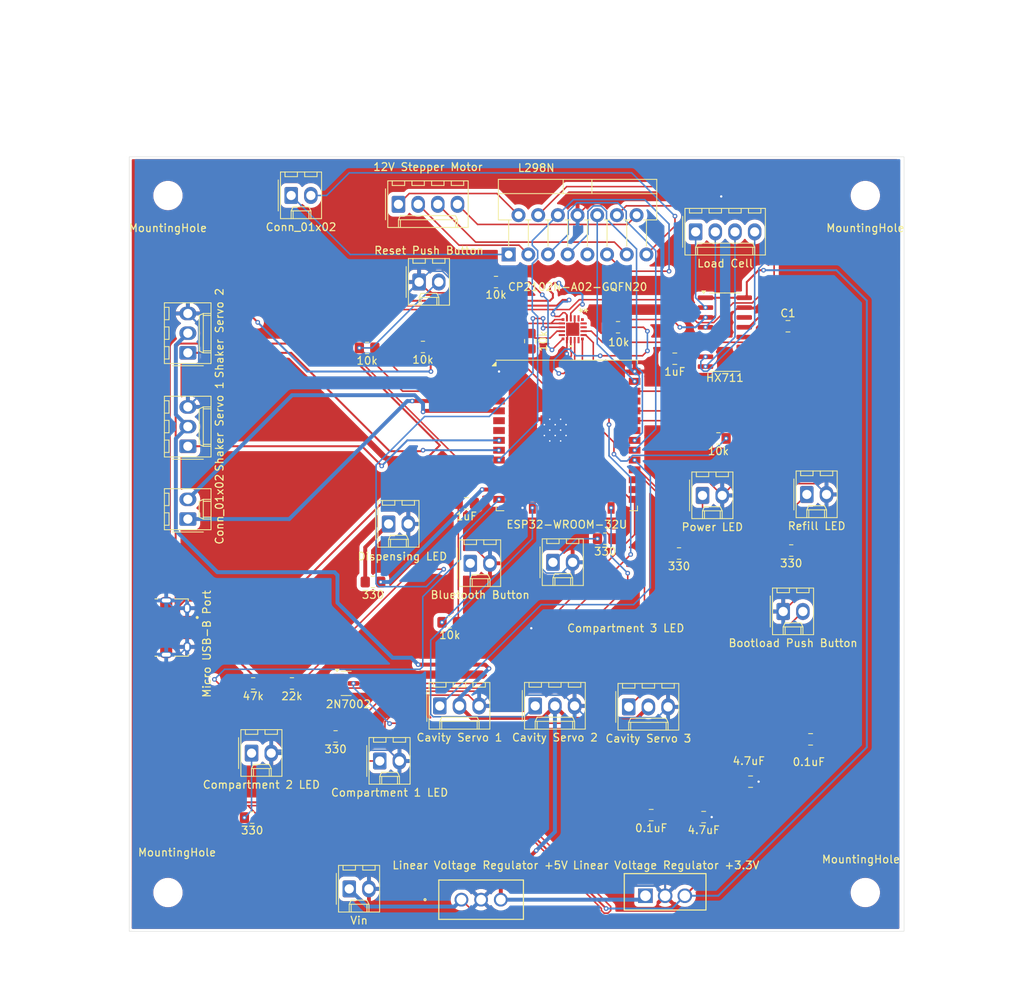
<source format=kicad_pcb>
(kicad_pcb (version 20240108) (generator "pcbnew") (generator_version "8.0")
  (layers (0 "F.Cu" signal) (31 "B.Cu" signal) (34 "B.Paste" user) (35 "F.Paste" user) (36 "B.SilkS" user "B.Silkscreen") (37 "F.SilkS" user "F.Silkscreen") (38 "B.Mask" user) (39 "F.Mask" user) (44 "Edge.Cuts" user))
  (net 0 "")
  (net 1 "GND")
  (net 2 "Net-(U6-VBG)")
  (net 3 "/Bluetooth Button")
  (net 4 "+3.3V")
  (net 5 "+12V")
  (net 6 "Net-(J3-Pin_1)")
  (net 7 "Net-(J5-Pin_2)")
  (net 8 "Net-(J5-Pin_3)")
  (net 9 "Net-(J5-Pin_4)")
  (net 10 "Net-(J5-Pin_1)")
  (net 11 "Net-(J6-Pin_1)")
  (net 12 "Net-(J7-Pin_1)")
  (net 13 "Net-(J8-Pin_1)")
  (net 14 "Net-(J9-Pin_1)")
  (net 15 "Net-(J10-Pin_1)")
  (net 16 "Net-(J10-Pin_2)")
  (net 17 "/Singal -")
  (net 18 "/Excitation +")
  (net 19 "/Signal +")
  (net 20 "/Excitation -")
  (net 21 "+5V")
  (net 22 "/Servo Signal 2")
  (net 23 "/Servo Signal 3")
  (net 24 "/Servo Signal 1")
  (net 25 "Net-(J16-Pin_2)")
  (net 26 "/D-")
  (net 27 "/D+")
  (net 28 "Net-(J19-Pin_1)")
  (net 29 "Net-(J19-Pin_2)")
  (net 30 "Net-(Q1-G)")
  (net 31 "Net-(J4-Pin_1)")
  (net 32 "Net-(U7-RSTB)")
  (net 33 "Net-(U7-SUSPEND)")
  (net 34 "/Refill LED")
  (net 35 "/Dispensing LED")
  (net 36 "/Power LED")
  (net 37 "Net-(U7-SUSPENDB)")
  (net 38 "Net-(U7-WAKEUP)")
  (net 39 "/VBUS")
  (net 40 "/Stepper Driver IN3")
  (net 41 "/TXD")
  (net 42 "/HX711 PD_SCK")
  (net 44 "/Stepper Driver IN1")
  (net 45 "/HX711 Digital Output")
  (net 46 "/Stepper Driver IN2")
  (net 47 "/Stepper Driver IN4")
  (net 48 "/RXD")
  (net 49 "/Step Driver Speed")
  (net 51 "Net-(U6-XO)")
  (net 52 "/Shaker Servo Signal 1")
  (net 53 "/Shaker Servo Signal 2")
  (net 71 "Net-(J12-Pin_1)")
  (net 72 "/Bootload Push Button")
  (net 73 "/Compartment 3 LED")
  (net 74 "/Compartment 2 LED")
  (net 75 "/Compartment 1 LED")
  (footprint "Resistor_SMD:R_0805_2012Metric_Pad1.20x1.40mm_HandSolder" (layer "F.Cu") (at 151.765 73.803 90)
    (property "Reference" "R3" (hide yes))
    (property "Value" "10k")
  )
  (footprint "Resistor_SMD:R_0805_2012Metric_Pad1.20x1.40mm_HandSolder" (layer "F.Cu") (at 185.436 100.838)
    (property "Reference" "R5" (hide yes))
    (property "Value" "330")
  )
  (footprint "MountingHole:MountingHole_3.2mm_M3" (layer "F.Cu") (at 105 55)
    (property "Reference" "H1" (hide yes))
    (property "Value" "MountingHole")
  )
  (footprint "Resistor_SMD:R_0805_2012Metric_Pad1.20x1.40mm_HandSolder" (layer "F.Cu") (at 116 118)
    (property "Reference" "R13" (hide yes))
    (property "Value" "47k")
  )
  (footprint "Connector_Molex:Molex_KK-254_AE-6410-02A_1x02_P2.54mm_Vertical" (layer "F.Cu") (at 133.477 97.409)
    (property "Reference" "J7" (hide yes))
    (property "Value" "Dispensing LED")
  )
  (footprint "Connector_Molex:Molex_KK-254_AE-6410-03A_1x03_P2.54mm_Vertical" (layer "F.Cu") (at 107.569 87.376 90)
    (property "Reference" "J2" (hide yes))
    (property "Value" "Shaker Servo 1")
  )
  (footprint "10118194_0001LF (1):AMPHENOL_10118194-0001LF" (layer "F.Cu") (at 104.775 110.784 -90)
    (property "Reference" "J18" (hide yes))
    (property "Value" "Micro USB-B Port")
  )
  (footprint "Connector_Molex:Molex_KK-254_AE-6410-02A_1x02_P2.54mm_Vertical" (layer "F.Cu") (at 144.018 102.489)
    (property "Reference" "J9" (hide yes))
    (property "Value" "Bluetooth Button")
  )
  (footprint "MountingHole:MountingHole_3.2mm_M3" (layer "F.Cu") (at 195 55)
    (property "Reference" "H4" (hide yes))
    (property "Value" "MountingHole")
  )
  (footprint "Resistor_SMD:R_0805_2012Metric_Pad1.20x1.40mm_HandSolder" (layer "F.Cu") (at 170.958 101.219)
    (property "Reference" "R9" (hide yes))
    (property "Value" "330")
  )
  (footprint "Capacitor_SMD:C_0805_2012Metric_Pad1.18x1.45mm_HandSolder" (layer "F.Cu") (at 170.4125 76.073)
    (property "Reference" "C3" (hide yes))
    (property "Value" "1uF")
  )
  (footprint "Resistor_SMD:R_0805_2012Metric_Pad1.20x1.40mm_HandSolder" (layer "F.Cu") (at 115.868 135.33)
    (property "Reference" "R7" (hide yes))
    (property "Value" "330")
  )
  (footprint "Package_SO:SOP-16_3.9x9.9mm_P1.27mm" (layer "F.Cu") (at 176.871 72.644)
    (property "Reference" "U6" (hide yes))
    (property "Value" "HX711")
  )
  (footprint "Capacitor_SMD:C_0805_2012Metric_Pad1.18x1.45mm_HandSolder" (layer "F.Cu") (at 174.1385 135.255)
    (property "Reference" "C6" (hide yes))
    (property "Value" "4.7uF")
  )
  (footprint "Capacitor_SMD:C_0805_2012Metric_Pad1.18x1.45mm_HandSolder" (layer "F.Cu") (at 185.0175 71.882)
    (property "Reference" "C1")
    (property "Value" "0.1uF")
  )
  (footprint "Resistor_SMD:R_0805_2012Metric_Pad1.20x1.40mm_HandSolder" (layer "F.Cu") (at 131.461 104.902)
    (property "Reference" "R8" (hide yes))
    (property "Value" "330")
  )
  (footprint "MountingHole:MountingHole_3.2mm_M3" (layer "F.Cu") (at 195 145)
    (property "Reference" "H2" (hide yes))
    (property "Value" "MountingHole")
  )
  (footprint "Connector_Molex:Molex_KK-254_AE-6410-02A_1x02_P2.54mm_Vertical" (layer "F.Cu") (at 154.686 102.362)
    (property "Reference" "J3" (hide yes))
    (property "Value" "Compartment 3 LED")
  )
  (footprint "Connector_Molex:Molex_KK-254_AE-6410-02A_1x02_P2.54mm_Vertical" (layer "F.Cu") (at 107.569 96.774 90)
    (property "Reference" "J19" (hide yes))
    (property "Value" "Conn_01x02")
  )
  (footprint "Connector_Molex:Molex_KK-254_AE-6410-02A_1x02_P2.54mm_Vertical" (layer "F.Cu") (at 120.904 54.991)
    (property "Reference" "J10" (hide yes))
    (property "Value" "Conn_01x02")
  )
  (footprint "KiCADv6 3:QFN20_CP2102N_SIL" (layer "F.Cu") (at 157.237811 72.263 -90)
    (property "Reference" "U7" (hide yes))
    (property "Value" "CP2102N-A02-GQFN20")
  )
  (footprint "Connector_Molex:Molex_KK-254_AE-6410-02A_1x02_P2.54mm_Vertical" (layer "F.Cu") (at 187.452 93.599)
    (property "Reference" "J6" (hide yes))
    (property "Value" "Refill LED")
  )
  (footprint "RF_Module:ESP32-WROOM-32U" (layer "F.Cu") (at 156.477 85.979)
    (property "Reference" "U2" (hide yes))
    (property "Value" "ESP32-WROOM-32U")
  )
  (footprint "Connector_Molex:Molex_KK-254_AE-6410-04A_1x04_P2.54mm_Vertical" (layer "F.Cu") (at 134.747 56.134)
    (property "Reference" "J5" (hide yes))
    (property "Value" "12V Stepper Motor")
  )
  (footprint "Resistor_SMD:R_0805_2012Metric_Pad1.20x1.40mm_HandSolder" (layer "F.Cu") (at 137.906 74.549)
    (property "Reference" "R1" (hide yes))
    (property "Value" "10k")
  )
  (footprint "KiCADv6 2:TO-220_ONS" (layer "F.Cu") (at 142.875 145.923)
    (property "Reference" "U3" (hide yes))
    (property "Value" "Linear Voltage Regulator +5V")
  )
  (footprint "KiCADv6:T03B" (layer "F.Cu") (at 171.704 144.399)
    (property "Reference" "U1" (hide yes))
    (property "Value" "Linear Voltage Regulator +3.3V")
  )
  (footprint "Resistor_SMD:R_0805_2012Metric_Pad1.20x1.40mm_HandSolder" (layer "F.Cu") (at 147.336 66.167)
    (property "Reference" "R11" (hide yes))
    (property "Value" "10k")
  )
  (footprint "Resistor_SMD:R_0805_2012Metric_Pad1.20x1.40mm_HandSolder" (layer "F.Cu") (at 141.367 110.109)
    (property "Reference" "R10" (hide yes))
    (property "Value" "10k")
  )
  (footprint "Resistor_SMD:R_0805_2012Metric_Pad1.20x1.40mm_HandSolder" (layer "F.Cu") (at 130.699 74.676)
    (property "Reference" "R2" (hide yes))
    (property "Value" "10k")
  )
  (footprint "Connector_Molex:Molex_KK-254_AE-6410-03A_1x03_P2.54mm_Vertical" (layer "F.Cu") (at 107.569 75.311 90)
    (property "Reference" "J17" (hide yes))
    (property "Value" "Shaker Servo 2")
  )
  (footprint "Capacitor_SMD:C_0805_2012Metric_Pad1.18x1.45mm_HandSolder" (layer "F.Cu") (at 143.51 94.742)
    (property "Reference" "C4" (hide yes))
    (property "Value" "1uF")
  )
  (footprint "Connector_Molex:Molex_KK-254_AE-6410-02A_1x02_P2.54mm_Vertical" (layer "F.Cu") (at 132.334 128.016)
    (property "Reference" "J12" (hide yes))
    (property "Value" "Compartment 1 LED")
  )
  (footprint "Package_TO_SOT_SMD:SOT-23" (layer "F.Cu") (at 128 118)
    (property "Reference" "Q1" (hide yes))
    (property "Value" "2N7002")
  )
  (footprint "Connector_Molex:Molex_KK-254_AE-6410-02A_1x02_P2.54mm_Vertical" (layer "F.Cu") (at 115.788 127)
    (property "Reference" "J4" (hide yes))
    (property "Value" "Compartment 2 LED")
  )
  (footprint "Resistor_SMD:R_0805_2012Metric_Pad1.20x1.40mm_HandSolder" (layer "F.Cu") (at 176.038 86.36)
    (property "Reference" "R4" (hide yes))
    (property "Value" "10k")
  )
  (footprint "Capacitor_SMD:C_0805_2012Metric_Pad1.18x1.45mm_HandSolder" (layer "F.Cu") (at 187.9385 125.222)
    (property "Reference" "C7" (hide yes))
    (property "Value" "0.1uF")
  )
  (footprint "Connector_Molex:Molex_KK-254_AE-6410-04A_1x04_P2.54mm_Vertical" (layer "F.Cu") (at 173.101 59.69)
    (property "Reference" "J11" (hide yes))
    (property "Value" "Load Cell")
  )
  (footprint "Resistor_SMD:R_0805_2012Metric_Pad1.20x1.40mm_HandSolder" (layer "F.Cu") (at 163.084 72.009)
    (property "Reference" "R12" (hide yes))
    (property "Value" "10k")
  )
  (footprint "Connector_Molex:Molex_KK-254_AE-6410-02A_1x02_P2.54mm_Vertical" (layer "F.Cu") (at 137.414 66.167)
    (property "Reference" "J16" (hide yes))
    (property "Value" "Reset Push Button")
  )
  (footprint "Connector_Molex:Molex_KK-254_AE-6410-03A_1x03_P2.54mm_Vertical" (layer "F.Cu") (at 164.465 121.031)
    (property "Reference" "J15" (hide yes))
    (property "Value" "Cavity Servo 3")
  )
  (footprint "Resistor_SMD:R_0805_2012Metric_Pad1.20x1.40mm_HandSolder" (layer "F.Cu") (at 121 118)
    (property "Reference" "R14" (hide yes))
    (property "Value" "22k")
  )
  (footprint "Connector_Molex:Molex_KK-254_AE-6410-02A_1x02_P2.54mm_Vertical" (layer "F.Cu") (at 128.397 144.526)
    (property "Reference" "J1" (hide yes))
    (property "Value" "Vin")
  )
  (footprint "Connector_Molex:Molex_KK-254_AE-6410-02A_1x02_P2.54mm_Vertical" (layer "F.Cu") (at 184.404 108.712)
    (property "Reference" "J20" (hide yes))
    (property "Value" "Bootload Push Button")
  )
  (footprint "Connector_Molex:Molex_KK-254_AE-6410-03A_1x03_P2.54mm_Vertical" (layer "F.Cu") (at 152.4 120.904)
    (property "Reference" "J14" (hide yes))
    (property "Value" "Cavity Servo 2")
  )
  (footprint "Capacitor_SMD:C_0805_2012Metric_Pad1.18x1.45mm_HandSolder" (layer "F.Cu") (at 167.3645 135.001)
    (property "Reference" "C5" (hide yes))
    (property "Value" "0.1uF")
  )
  (footprint "Connector_Molex:Molex_KK-254_AE-6410-03A_1x03_P2.54mm_Vertical" (layer "F.Cu") (at 140.081 120.904)
    (property "Reference" "J13" (hide yes))
    (property "Value" "Cavity Servo 1")
  )
  (footprint "Capacitor_SMD:C_0805_2012Metric_Pad1.18x1.45mm_HandSolder" (layer "F.Cu") (at 180.1915 130.683)
    (property "Reference" "C8" (hide yes))
    (property "Value" "4.7uF")
  )
  (footprint "MountingHole:MountingHole_3.2mm_M3" (layer "F.Cu") (at 105 145)
    (property "Reference" "H3" (hide yes))
    (property "Value" "MountingHole")
  )
  (footprint "Resistor_SMD:R_0805_2012Metric_Pad1.20x1.40mm_HandSolder" (layer "F.Cu") (at 161.433 99.314)
    (property "Reference" "R6" (hide yes))
    (property "Value" "330")
  )
  (footprint "Resistor_SMD:R_0805_2012Metric_Pad1.20x1.40mm_HandSolder" (layer "F.Cu") (at 126.635 124.841)
    (property "Reference" "R15" (hide yes))
    (property "Value" "330")
  )
  (footprint "Package_TO_SOT_THT:TO-220-15_P2.54x2.54mm_StaggerOdd_Lead4.58mm_Vertical" (layer "F.Cu") (at 148.971 62.611)
    (property "Reference" "U5" (hide yes))
    (property "Value" "L298N")
  )
  (footprint "Connector_Molex:Molex_KK-254_AE-6410-02A_1x02_P2.54mm_Vertical" (layer "F.Cu") (at 173.99 93.726)
    (property "Reference" "J8" (hide yes))
    (property "Value" "Power LED")
  )
  (gr_rect (start 100 50) (end 200 150) (stroke (width 0.05)) (fill none) (layer "Edge.Cuts"))
  (segment (start 107.45 112.084) (end 109.084 112.084) (width 0.2) (layer "F.Cu") (net 1))
  (segment (start 176.53 93.726) (end 178.052 92.204) (width 0.2) (layer "F.Cu") (net 1))
  (segment (start 107.45 113.259) (end 107.475 113.284) (width 0.2) (layer "F.Cu") (net 1))
  (segment (start 183.98 71.882) (end 185.032 72.934) (width 0.254) (layer "F.Cu") (net 1))
  (segment (start 183.98 71.882) (end 189.992 77.894) (width 0.254) (layer "F.Cu") (net 1))
  (segment (start 184.404 108.712) (end 189.992 103.124) (width 0.2) (layer "F.Cu") (net 1))
  (segment (start 174.741552 73.279) (end 178.551552 69.469) (width 0.2) (layer "F.Cu") (net 1))
  (segment (start 144.5475 94.742) (end 144.5475 100.4785) (width 0.2) (layer "F.Cu") (net 1))
  (segment (start 146.558 105.537) (end 151.892 110.871) (width 0.2) (layer "F.Cu") (net 1))
  (segment (start 115 118) (end 116.25 119.25) (width 0.2) (layer "F.Cu") (net 1))
  (segment (start 181.229 130.683) (end 176.657 135.255) (width 0.254) (layer "F.Cu") (net 1))
  (segment (start 134.874 128.016) (end 133.004 126.146) (width 0.2) (layer "F.Cu") (net 1))
  (segment (start 185.277428 69.469) (end 179.371 69.469) (width 0.254) (layer "F.Cu") (net 1))
  (segment (start 156.487622 73.66) (end 156.560748 73.586874) (width 0.2) (layer "F.Cu") (net 1))
  (segment (start 156.487622 75.414378) (end 156.464 75.438) (width 0.2) (layer "F.Cu") (net 1))
  (segment (start 169.164 140.97) (end 169.164 145.415) (width 0.254) (layer "F.Cu") (net 1))
  (segment (start 181.229 130.683) (end 183.515 130.683) (width 0.2) (layer "F.Cu") (net 1))
  (segment (start 105.075 112.084) (end 107.45 112.084) (width 0.2) (layer "F.Cu") (net 1))
  (segment (start 175.038 92.234) (end 176.53 93.726) (width 0.2) (layer "F.Cu") (net 1))
  (segment (start 156.560748 73.586874) (end 156.560748 72.940063) (width 0.2) (layer "F.Cu") (net 1))
  (segment (start 104.775 111.784) (end 105.075 112.084) (width 0.2) (layer "F.Cu") (net 1))
  (segment (start 183.515 130.683) (end 188.976 125.222) (width 0.2) (layer "F.Cu") (net 1))
  (segment (start 185.032 72.934) (end 186.638428 72.934) (width 0.254) (layer "F.Cu") (net 1))
  (segment (start 189.992 103.124) (end 189.992 93.599) (width 0.2) (layer "F.Cu") (net 1))
  (segment (start 157.861 57.531) (end 160.274 55.118) (width 0.2) (layer "F.Cu") (net 1))
  (segment (start 187.071 71.262572) (end 185.277428 69.469) (width 0.254) (layer "F.Cu") (net 1))
  (segment (start 178.052 92.204) (end 188.597 92.204) (width 0.2) (layer "F.Cu") (net 1))
  (segment (start 174.371 73.279) (end 174.741552 73.279) (width 0.2) (layer "F.Cu") (net 1))
  (segment (start 189.992 77.894) (end 189.992 93.599) (width 0.254) (layer "F.Cu") (net 1))
  (segment (start 146.336 66.167) (end 144.941 67.562) (width 0.2) (layer "F.Cu") (net 1))
  (segment (start 187.071 72.501428) (end 187.071 71.262572) (width 0.254) (layer "F.Cu") (net 1))
  (segment (start 178.551552 69.469) (end 179.371 69.469) (width 0.2) (layer "F.Cu") (net 1))
  (segment (start 143.766 119.509) (end 145.161 120.904) (width 0.2) (layer "F.Cu") (net 1))
  (segment (start 157.487874 72.012937) (end 157.487874 70.866) (width 0.2) (layer "F.Cu") (net 1))
  (segment (start 156.560748 72.940063) (end 157.237811 72.263) (width 0.2) (layer "F.Cu") (net 1))
  (segment (start 144.941 67.562) (end 138.809 67.562) (width 0.2) (layer "F.Cu") (net 1))
  (segment (start 150.762 89.504) (end 150.762 95.329) (width 0.2) (layer "F.Cu") (net 1))
  (segment (start 171.45 76.073) (end 169.799 77.724) (width 0.2) (layer "F.Cu") (net 1))
  (segment (start 146.558 102.489) (end 146.558 105.537) (width 0.2) (layer "F.Cu") (net 1))
  (segment (start 160.274 55.118) (end 176.403 55.118) (width 0.2) (layer "F.Cu") (net 1))
  (segment (start 157.237811 72.263) (end 157.487874 72.012937) (width 0.2) (layer "F.Cu") (net 1))
  (segment (start 138.809 67.562) (end 137.414 66.167) (width 0.2) (layer "F.Cu") (net 1))
  (segment (start 168.402 140.208) (end 169.164 140.97) (width 0.254) (layer "F.Cu") (net 1))
  (segment (start 188.597 92.204) (end 189.992 93.599) (width 0.2) (layer "F.Cu") (net 1))
  (segment (start 126.7625 119.25) (end 127.0625 118.95) (width 0.2) (layer "F.Cu") (net 1))
  (segment (start 147.727 77.724) (end 148.677 77.724) (width 0.2) (layer "F.Cu") (net 1))
  (segment (start 144.5475 100.4785) (end 146.558 102.489) (width 0.2) (layer "F.Cu") (net 1))
  (segment (start 176.657 135.255) (end 175.176 135.255) (width 0.254) (layer "F.Cu") (net 1))
  (segment (start 116.25 119.25) (end 126.7625 119.25) (width 0.2) (layer "F.Cu") (net 1))
  (segment (start 133.004 126.146) (end 133.004 122.941471) (width 0.2) (layer "F.Cu") (net 1))
  (segment (start 109.084 112.084) (end 115 118) (width 0.2) (layer "F.Cu") (net 1))
  (segment (start 169.799 77.724) (end 165.227 77.724) (width 0.2) (layer "F.Cu") (net 1))
  (segment (start 136.436471 119.509) (end 143.766 119.509) (width 0.2) (layer "F.Cu") (net 1))
  (segment (start 186.638428 72.934) (end 187.071 72.501428) (width 0.254) (layer "F.Cu") (net 1))
  (segment (start 148.677 77.724) (end 154.277 83.324) (width 0.2) (layer "F.Cu") (net 1))
  (segment (start 154.277 83.324) (end 154.277 83.889) (width 0.2) (layer "F.Cu") (net 1))
  (segment (start 104.775 111.784) (end 104.775 109.784) (width 0.2) (layer "F.Cu") (net 1))
  (segment (start 156.487622 73.66) (end 156.487622 75.414378) (width 0.2) (layer "F.Cu") (net 1))
  (segment (start 168.402 135.001) (end 168.402 140.208) (width 0.254) (layer "F.Cu") (net 1))
  (segment (start 175.038 86.36) (end 175.038 92.234) (width 0.2) (layer "F.Cu") (net 1))
  (segment (start 133.004 122.941471) (end 136.436471 119.509) (width 0.2) (layer "F.Cu") (net 1))
  (segment (start 153.577 86.689) (end 150.762 89.504) (width 0.2) (layer "F.Cu") (net 1))
  (via (at 175.176 135.255) (size 0.6) (drill 0.3) (layers "F.Cu" "B.Cu") (net 1))
  (via (at 150.762 95.329) (size 0.6) (drill 0.3) (layers "F.Cu" "B.Cu") (net 1))
  (via (at 147.727 77.724) (size 0.6) (drill 0.3) (layers "F.Cu" "B.Cu") (net 1))
  (via (at 156.464 75.438) (size 0.6) (drill 0.3) (layers "F.Cu" "B.Cu") (net 1))
  (via (at 176.403 55.118) (size 0.6) (drill 0.3) (layers "F.Cu" "B.Cu") (net 1))
  (via (at 165.227 77.724) (size 0.6) (drill 0.3) (layers "F.Cu" "B.Cu") (net 1))
  (via (at 151.892 110.871) (size 0.6) (drill 0.3) (layers "F.Cu" "B.Cu") (net 1))
  (via (at 181.229 130.683) (size 0.6) (drill 0.3) (layers "F.Cu" "B.Cu") (net 1))
  (segment (start 155.831 103.757) (end 153.831256 103.757) (width 0.2) (layer "B.Cu") (net 1))
  (segment (start 182.753 132.207) (end 176.53 125.984) (width 0.2) (layer "B.Cu") (net 1))
  (segment (start 106.475 114.284) (end 107.475 113.284) (width 0.2) (layer "B.Cu") (net 1))
  (segment (start 182.753 132.207) (end 171.577 121.031) (width 0.2) (layer "B.Cu") (net 1))
  (segment (start 181.264 84.871) (end 189.992 93.599) (width 0.2) (layer "B.Cu") (net 1))
  (segment (start 176.53 125.984) (end 176.53 93.726) (width 0.2) (layer "B.Cu") (net 1))
  (segment (start 154.977 84.589) (end 154.977 85.989) (width 0.2) (layer "B.Cu") (net 1))
  (segment (start 107.569 70.231) (end 133.35 70.231) (width 0.254) (layer "B.Cu") (net 1))
  (segment (start 156.464 82.402) (end 155.677 83.189) (width 0.2) (layer "B.Cu") (net 1))
  (segment (start 157.077 83.889) (end 161.180529 83.889) (width 0.2) (layer "B.Cu") (net 1))
  (segment (start 107.475 108.284) (end 105.775 108.284) (width 0.2) (layer "B.Cu") (net 1))
  (segment (start 152.280529 94.729) (end 151.362 94.729) (width 0.2) (layer "B.Cu") (net 1))
  (segment (start 118.707 126.621) (end 133.479 126.621) (width 0.2) (layer "B.Cu") (net 1))
  (segment (start 156.464 75.438) (end 156.464 82.402) (width 0.2) (layer "B.Cu") (net 1))
  (segment (start 144.018 144.526) (end 130.937 144.526) (width 0.2) (layer "B.Cu") (net 1))
  (segment (start 147.1898 144.1482) (end 145.415 145.923) (width 0.254) (layer "B.Cu") (net 1))
  (segment (start 147.727 72.06037) (end 147.727 77.724) (width 0.2) (layer "B.Cu") (net 1))
  (segment (start 108.991 80.874) (end 107.569 82.296) (width 0.254) (layer "B.Cu") (net 1))
  (segment (start 167.8972 144.1482) (end 147.1898 144.1482) (width 0.254) (layer "B.Cu") (net 1))
  (segment (start 169.164 141.267) (end 175.176 135.255) (width 0.254) (layer "B.Cu") (net 1))
  (segment (start 145.415 145.923) (end 144.018 144.526) (width 0.2) (layer "B.Cu") (net 1))
  (segment (start 107.569 70.231) (end 108.991 71.653) (width 0.254) (layer "B.Cu") (net 1))
  (segment (start 157.48 120.904) (end 156.085 119.509) (width 0.2) (layer "B.Cu") (net 1))
  (segment (start 146.558 99.533) (end 150.762 95.329) (width 0.2) (layer "B.Cu") (net 1))
  (segment (start 181.264 64.394471) (end 181.264 84.871) (width 0.2) (layer "B.Cu") (net 1))
  (segment (start 159.002 122.426) (end 157.48 120.904) (width 0.2) (layer "B.Cu") (net 1))
  (segment (start 105.775 108.284) (end 104.775 107.284) (width 0.2) (layer "B.Cu") (net 1))
  (segment (start 152.632 102.557744) (end 152.632 95.080471) (width 0.2) (layer "B.Cu") (net 1))
  (segment (start 169.545 121.031) (end 168.15 122.426) (width 0.2) (layer "B.Cu") (net 1))
  (segment (start 133.479 126.621) (end 134.874 128.016) (width 0.2) (layer "B.Cu") (net 1))
  (segment (start 108.991 71.653) (end 108.991 80.874) (width 0.254) (layer "B.Cu") (net 1))
  (segment (start 151.362 94.729) (end 150.762 95.329) (width 0.2) (layer "B.Cu") (net 1))
  (segment (start 171.577 121.031) (end 169.545 121.031) (width 0.2) (layer "B.Cu") (net 1))
  (segment (start 176.403 55.118) (end 179.197 55.118) (width 0.2) (layer "B.Cu") (net 1))
  (segment (start 157.48 116.459) (end 157.48 120.904) (width 0.2) (layer "B.Cu") (net 1))
  (segment (start 155.677 83.189) (end 155.677 83.889) (width 0.2) (layer "B.Cu") (net 1))
  (segment (start 169.164 145.415) (end 167.8972 144.1482) (width 0.254) (layer "B.Cu") (net 1))
  (segment (start 104.775 107.284) (end 104.775 114.284) (width 0.2) (layer "B.Cu") (net 1))
  (segment (start 146.558 102.489) (end 146.558 99.533) (width 0.2) (layer "B.Cu") (net 1))
  (segment (start 169.164 145.415) (end 169.164 141.267) (width 0.254) (layer "B.Cu") (net 1))
  (segment (start 153.831256 103.757) (end 152.632 102.557744) (width 0.2) (layer "B.Cu") (net 1))
  (segment (start 182.112529 63.545942) (end 181.264 64.394471) (width 0.2) (layer "B.Cu") (net 1))
  (segment (start 165.827 78.324) (end 165.227 77.724) (width 0.2) (layer "B.Cu") (net 1))
  (segment (start 118.328 127) (end 118.707 126.621) (width 0.2) (layer "B.Cu") (net 1))
  (segment (start 137.414 66.167) (end 138.809 64.772) (width 0.2) (layer "B.Cu") (net 1))
  (segment (start 156.085 119.509) (end 146.556 119.509) (width 0.2) (layer "B.Cu") (net 1))
  (segment (start 179.197 55.118) (end 182.112529 58.033529) (width 0.2) (layer "B.Cu") (net 1))
  (segment (start 104.775 114.284) (end 106.475 114.284) (width 0.2) (layer "B.Cu") (net 1))
  (segment (start 168.15 122.426) (end 159.002 122.426) (width 0.2) (layer "B.Cu") (net 1))
  (segment (start 157.226 102.362) (end 155.831 103.757) (width 0.2) (layer "B.Cu") (net 1))
  (segment (start 156.377 84.589) (end 157.077 83.889) (width 0.2) (layer "B.Cu") (net 1))
  (segment (start 146.556 119.509) (end 145.161 120.904) (width 0.2) (layer "B.Cu") (net 1))
  (segment (start 161.180529 83.889) (end 165.827 79.242529) (width 0.2) (layer "B.Cu") (net 1))
  (segment (start 182.112529 58.033529) (end 182.112529 63.545942) (width 0.2) (layer "B.Cu") (net 1))
  (segment (start 181.229 130.683) (end 182.753 132.207) (width 0.2) (layer "B.Cu") (net 1))
  (segment (start 165.827 79.242529) (end 165.827 78.324) (width 0.2) (layer "B.Cu") (net 1))
  (segment (start 133.35 70.231) (end 137.414 66.167) (width 0.254) (layer "B.Cu") (net 1))
  (segment (start 138.809 64.772) (end 140.43863 64.772) (width 0.2) (layer "B.Cu") (net 1))
  (segment (start 151.892 110.871) (end 157.48 116.459) (width 0.2) (layer "B.Cu") (net 1))
  (segment (start 152.632 95.080471) (end 152.280529 94.729) (width 0.2) (layer "B.Cu") (net 1))
  (segment (start 140.43863 64.772) (end 147.727 72.06037) (width 0.2) (layer "B.Cu") (net 1))
  (segment (start 169.375 76.073) (end 170.899 74.549) (width 0.2) (layer "F.Cu") (net 2))
  (segment (start 170.899 74.549) (end 174.371 74.549) (width 0.2) (layer "F.Cu") (net 2))
  (segment (start 142.4725 94.742) (end 142.4725 110.0035) (width 0.2) (layer "F.Cu") (net 3))
  (segment (start 145.5205 91.694) (end 147.727 91.694) (width 0.2) (layer "F.Cu") (net 3))
  (segment (start 142.4725 110.0035) (end 142.367 110.109) (width 0.2) (layer "F.Cu") (net 3))
  (segment (start 142.4725 94.742) (end 145.5205 91.694) (width 0.2) (layer "F.Cu") (net 3))
  (segment (start 171.668 133.822) (end 173.101 135.255) (width 0.254) (layer "F.Cu") (net 4))
  (segment (start 135.979 75.244928) (end 135.979 73.444) (width 0.2) (layer "F.Cu") (net 4))
  (segment (start 179.705 67.865) (end 179.371 68.199) (width 0.254) (layer "F.Cu") (net 4))
  (segment (start 135.596289 74.824033) (end 136.337256 75.565) (width 0.2) (layer "F.Cu") (net 4))
  (segment (start 136.337256 75.565) (end 137.89 75.565) (width 0.2) (layer "F.Cu") (net 4))
  (segment (start 110.363 65.151) (end 106.045 65.151) (width 0.254) (layer "F.Cu") (net 4))
  (segment (start 138.906 74.549) (end 137.879 75.576) (width 0.2) (layer "F.Cu") (net 4))
  (segment (start 137.162316 71.512811) (end 135.596289 73.078838) (width 0.2) (layer "F.Cu") (net 4))
  (segment (start 138.906 74.549) (end 138.906 77.692) (width 0.254) (layer "F.Cu") (net 4))
  (segment (start 113.919 133.35) (end 147.828 133.35) (width 0.254) (layer "F.Cu") (net 4))
  (segment (start 173.101 135.255) (end 177.673 130.683) (width 0.254) (layer "F.Cu") (net 4))
  (segment (start 166.327 135.001) (end 167.506 133.822) (width 0.254) (layer "F.Cu") (net 4))
  (segment (start 181.229 64.643) (end 179.705 66.167) (width 0.254) (layer "F.Cu") (net 4))
  (segment (start 184.615 125.222) (end 179.154 130.683) (width 0.2) (layer "F.Cu") (net 4))
  (segment (start 155.98775 71.013) (end 154.931811 71.013) (width 0.2) (layer "F.Cu") (net 4))
  (segment (start 167.506 133.822) (end 171.668 133.822) (width 0.254) (layer "F.Cu") (net 4))
  (segment (start 154.931811 71.013) (end 154.432 71.512811) (width 0.2) (layer "F.Cu") (net 4))
  (segment (start 137.879 75.576) (end 136.310072 75.576) (width 0.2) (layer "F.Cu") (net 4))
  (segment (start 181.864 64.643) (end 181.229 64.643) (width 0.254) (layer "F.Cu") (net 4))
  (segment (start 135.979 73.444) (end 136.301 73.122) (width 0.2) (layer "F.Cu") (net 4))
  (segment (start 150.084 73.122) (end 151.765 74.803) (width 0.2) (layer "F.Cu") (net 4))
  (segment (start 179.705 66.167) (end 179.705 67.865) (width 0.254) (layer "F.Cu") (net 4))
  (segment (start 135.596289 73.078838) (end 135.596289 74.824033) (width 0.2) (layer "F.Cu") (net 4))
  (segment (start 175.671 70.438999) (end 175.671 68.483) (width 0.2) (layer "F.Cu") (net 4))
  (segment (start 136.310072 75.576) (end 135.979 75.244928) (width 0.2) (layer "F.Cu") (net 4))
  (segment (start 143.351 78.994) (end 147.727 78.994) (width 0.254) (layer "F.Cu") (net 4))
  (segment (start 137.89 75.565) (end 138.906 74.549) (width 0.2) (layer "F.Cu") (net 4))
  (segment (start 134.747 77.724) (end 138.938 77.724) (width 0.2) (layer "F.Cu") (net 4))
  (segment (start 170.069 71.009) (end 171.069 72.009) (width 0.2) (layer "F.Cu") (net 4))
  (segment (start 138.906 74.549) (end 143.351 78.994) (width 0.254) (layer "F.Cu") (net 4))
  (segment (start 174.371 70.739) (end 175.370999 70.739) (width 0.2) (layer "F.Cu") (net 4))
  (segment (start 138.906 77.692) (end 138.938 77.724) (width 0.254) (layer "F.Cu") (net 4))
  (segment (start 101.346 69.85) (end 101.346 120.777) (width 0.254) (layer "F.Cu") (net 4))
  (segment (start 162.084 72.009) (end 163.084 71.009) (width 0.2) (layer "F.Cu") (net 4))
  (segment (start 147.828 133.35) (end 161.544 147.066) (width 0.254) (layer "F.Cu") (net 4))
  (segment (start 154.432 71.512811) (end 137.162316 71.512811) (width 0.2) (layer "F.Cu") (net 4))
  (segment (start 186.901 125.222) (end 184.615 125.222) (width 0.2) (layer "F.Cu") (net 4))
  (segment (start 106.045 65.151) (end 101.346 69.85) (width 0.254) (layer "F.Cu") (net 4))
  (segment (start 163.084 71.009) (end 170.069 71.009) (width 0.2) (layer "F.Cu") (net 4))
  (segment (start 173.101 144.018) (end 171.704 145.415) (width 0.254) (layer "F.Cu") (net 4))
  (segment (start 131.699 74.676) (end 134.747 77.724) (width 0.2) (layer "F.Cu") (net 4))
  (segment (start 116.586 71.374) (end 110.363 65.151) (width 0.254) (layer "F.Cu") (net 4))
  (segment (start 175.370999 70.739) (end 175.671 70.438999) (width 0.2) (layer "F.Cu") (net 4))
  (segment (start 101.346 120.777) (end 113.919 133.35) (width 0.254) (layer "F.Cu") (net 4))
  (segment (start 155.840811 71.512811) (end 154.432 71.512811) (width 0.2) (layer "F.Cu") (net 4))
  (segment (start 136.301 73.122) (end 150.084 73.122) (width 0.2) (layer "F.Cu") (net 4))
  (segment (start 174.371 68.199) (end 179.371 68.199) (width 0.254) (layer "F.Cu") (net 4))
  (segment (start 175.387 68.199) (end 174.371 68.199) (width 0.2) (layer "F.Cu") (net 4))
  (segment (start 173.101 135.255) (end 173.101 144.018) (width 0.254) (layer "F.Cu") (net 4))
  (segment (start 175.671 68.483) (end 175.387 68.199) (width 0.2) (layer "F.Cu") (net 4))
  (segment (start 177.673 130.683) (end 179.154 130.683) (width 0.254) (layer "F.Cu") (net 4))
  (via (at 181.864 64.643) (size 0.6) (drill 0.3) (layers "F.Cu" "B.Cu") (net 4))
  (via (at 138.938 77.724) (size 0.6) (drill 0.3) (layers "F.Cu" "B.Cu") (net 4))
  (via (at 161.544 147.066) (size 0.6) (drill 0.3) (layers "F.Cu" "B.Cu") (net 4))
  (via (at 174.371 70.739) (size 0.6) (drill 0.3) (layers "F.Cu" "B.Cu") (net 4))
  (via (at 116.586 71.374) (size 0.6) (drill 0.3) (layers "F.Cu" "B.Cu") (net 4))
  (via (at 171.069 72.009) (size 0.6) (drill 0.3) (layers "F.Cu" "B.Cu") (net 4))
  (segment (start 161.544 147.066) (end 170.053 147.066) (width 0.254) (layer "B.Cu") (net 4))
  (segment (start 171.069 72.009) (end 173.101 72.009) (width 0.254) (layer "B.Cu") (net 4))
  (segment (start 194.691 68.072) (end 191.262 64.643) (width 0.254) (layer "B.Cu") (net 4))
  (segment (start 191.262 64.643) (end 181.864 64.643) (width 0.254) (layer "B.Cu") (net 4))
  (segment (start 138.938 77.724) (end 122.936 77.724) (width 0.254) (layer "B.Cu") (net 4))
  (segment (start 171.704 145.415) (end 176.022 145.415) (width 0.254) (layer "B.Cu") (net 4))
  (segment (start 122.936 77.724) (end 116.586 71.374) (width 0.254) (layer "B.Cu") (net 4))
  (segment (start 195.199 126.238) (end 195.199 68.58) (width 0.254) (layer "B.Cu") (net 4))
  (segment (start 170.053 147.066) (end 171.704 145.415) (width 0.254) (layer "B.Cu") (net 4))
  (segment (start 173.101 72.009) (end 174.371 70.739) (width 0.254) (layer "B.Cu") (net 4))
  (segment (start 176.022 145.415) (end 195.199 126.238) (width 0.254) (layer "B.Cu") (net 4))
  (segment (start 195.199 68.58) (end 194.691 68.072) (width 0.254) (layer "B.Cu") (net 4))
  (segment (start 156.464 53.848) (end 184.50563 53.848) (width 0.2) (layer "F.Cu") (net 5))
  (segment (start 152.781 57.531) (end 156.464 53.848) (width 0.2) (layer "F.Cu") (net 5))
  (segment (start 176.911 148.082) (end 145.034 148.082) (width 0.2) (layer "F.Cu") (net 5))
  (segment (start 184.50563 53.848) (end 198.12 67.46237) (width 0.2) (layer "F.Cu") (net 5))
  (segment (start 145.034 148.082) (end 142.875 145.923) (width 0.2) (layer "F.Cu") (net 5))
  (segment (start 198.12 138.938) (end 186.055 138.938) (width 0.2) (layer "F.Cu") (net 5))
  (segment (start 198.12 67.46237) (end 198.12 138.938) (width 0.2) (layer "F.Cu") (net 5))
  (segment (start 186.055 138.938) (end 176.911 148.082) (width 0.2) (layer "F.Cu") (net 5))
  (segment (start 128.397 144.526) (end 130.682999 146.811999) (width 0.508) (layer "B.Cu") (net 5))
  (segment (start 130.682999 146.811999) (end 141.986001 146.811999) (width 0.508) (layer "B.Cu") (net 5))
  (segment (start 141.986001 146.811999) (end 142.875 145.923) (width 0.508) (layer "B.Cu") (net 5))
  (via (at 160.433 99.314) (size 0.6) (drill 0.3) (layers "F.Cu" "B.Cu") (net 6))
  (segment (start 154.686 102.362) (end 157.734 99.314) (width 0.2) (layer "B.Cu") (net 6))
  (segment (start 157.734 99.314) (end 160.433 99.314) (width 0.2) (layer "B.Cu") (net 6))
  (segment (start 142.564 61.411) (end 150.311 61.411) (width 0.2) (layer "F.Cu") (net 7))
  (segment (start 150.311 61.411) (end 151.511 62.611) (width 0.2) (layer "F.Cu") (net 7))
  (segment (start 137.287 56.134) (end 142.564 61.411) (width 0.2) (layer "F.Cu") (net 7))
  (segment (start 162.611 61.011) (end 164.211 62.611) (width 0.2) (layer "F.Cu") (net 8))
  (segment (start 144.704 61.011) (end 162.611 61.011) (width 0.2) (layer "F.Cu") (net 8))
  (segment (start 139.827 56.134) (end 144.704 61.011) (width 0.2) (layer "F.Cu") (net 8))
  (segment (start 144.964 58.731) (end 164.281 58.731) (width 0.2) (layer "F.Cu") (net 9))
  (segment (start 142.367 56.134) (end 144.964 58.731) (width 0.2) (layer "F.Cu") (net 9))
  (segment (start 164.281 58.731) (end 165.481 57.531) (width 0.2) (layer "F.Cu") (net 9))
  (segment (start 136.142 54.739) (end 147.449 54.739) (width 0.2) (layer "F.Cu") (net 10))
  (segment (start 147.449 54.739) (end 150.241 57.531) (width 0.2) (layer "F.Cu") (net 10))
  (segment (start 134.747 56.134) (end 136.142 54.739) (width 0.2) (layer "F.Cu") (net 10))
  (segment (start 184.436 96.615) (end 187.452 93.599) (width 0.2) (layer "F.Cu") (net 11))
  (segment (start 184.436 100.838) (end 184.436 96.615) (width 0.2) (layer "F.Cu") (net 11))
  (segment (start 130.461 104.902) (end 130.461 100.425) (width 0.508) (layer "F.Cu") (net 12))
  (segment (start 130.461 100.425) (end 133.477 97.409) (width 0.508) (layer "F.Cu") (net 12))
  (segment (start 172.542744 102.219) (end 173.99 100.771744) (width 0.2) (layer "F.Cu") (net 13))
  (segment (start 170.958 102.219) (end 172.542744 102.219) (width 0.2) (layer "F.Cu") (net 13))
  (segment (start 169.958 101.219) (end 170.958 102.219) (width 0.2) (layer "F.Cu") (net 13))
  (segment (start 173.99 100.771744) (end 173.99 93.726) (width 0.2) (layer "F.Cu") (net 13))
  (via (at 140.367 110.109) (size 0.6) (drill 0.3) (layers "F.Cu" "B.Cu") (net 14))
  (segment (start 144.018 102.489) (end 144.018 106.458) (width 0.2) (layer "B.Cu") (net 14))
  (segment (start 144.018 106.458) (end 140.367 110.109) (width 0.2) (layer "B.Cu") (net 14))
  (segment (start 148.971 62.611) (end 128.524 62.611) (width 0.2) (layer "B.Cu") (net 15))
  (segment (start 128.524 62.611) (end 120.904 54.991) (width 0.2) (layer "B.Cu") (net 15))
  (segment (start 166.751 62.611) (end 170.434 58.928) (width 0.2) (layer "F.Cu") (net 16))
  (segment (start 170.434 58.928) (end 170.434 57.658) (width 0.2) (layer "F.Cu") (net 16))
  (via (at 170.434 57.658) (size 0.6) (drill 0.3) (layers "F.Cu" "B.Cu") (net 16))
  (segment (start 125.476 54.991) (end 123.444 54.991) (width 0.2) (layer "B.Cu") (net 16))
  (segment (start 164.846 52.07) (end 128.397 52.07) (width 0.2) (layer "B.Cu") (net 16))
  (segment (start 170.434 57.658) (end 164.846 52.07) (width 0.2) (layer "B.Cu") (net 16))
  (segment (start 128.397 52.07) (end 125.476 54.991) (width 0.2) (layer "B.Cu") (net 16))
  (via (at 174.371 75.819) (size 0.6) (drill 0.3) (layers "F.Cu" "B.Cu") (net 17))
  (segment (start 173.771 77.337529) (end 173.771 76.419) (width 0.2) (layer "B.Cu") (net 17))
  (segment (start 173.771 76.419) (end 174.371 75.819) (width 0.2) (layer "B.Cu") (net 17))
  (segment (start 180.721 59.69) (end 180.721 71.587529) (width 0.2) (layer "B.Cu") (net 17))
  (segment (start 180.721 71.587529) (end 174.619529 77.689) (width 0.2) (layer "B.Cu") (net 17))
  (segment (start 174.619529 77.689) (end 174.122471 77.689) (width 0.2) (layer "B.Cu") (net 17))
  (segment (start 174.122471 77.689) (end 173.771 77.337529) (width 0.2) (layer "B.Cu") (net 17))
  (via (at 174.371 69.469) (size 0.6) (drill 0.3) (layers "F.Cu" "B.Cu") (net 18))
  (segment (start 173.101 68.199) (end 174.371 69.469) (width 0.2) (layer "B.Cu") (net 18))
  (segment (start 173.101 59.69) (end 173.101 68.199) (width 0.2) (layer "B.Cu") (net 18))
  (via (at 174.371 77.089) (size 0.6) (drill 0.3) (layers "F.Cu" "B.Cu") (net 19))
  (segment (start 178.181 59.69) (end 178.181 73.279) (width 0.2) (layer "B.Cu") (net 19))
  (segment (start 178.181 73.279) (end 174.371 77.089) (width 0.2) (layer "B.Cu") (net 19))
  (via (at 174.371 72.009) (size 0.6) (drill 0.3) (layers "F.Cu" "B.Cu") (net 20))
  (segment (start 175.641 59.69) (end 175.641 70.739) (width 0.2) (layer "B.Cu") (net 20))
  (segment (start 175.641 70.739) (end 174.371 72.009) (width 0.2) (layer "B.Cu") (net 20))
  (segment (start 108.484 109.484) (end 107.45 109.484) (width 0.254) (layer "F.Cu") (net 21))
  (segment (start 147.955 144.145) (end 147.955 145.923) (width 0.508) (layer "F.Cu") (net 21))
  (segment (start 145.923 115.57) (end 146.431 116.078) (width 0.508) (layer "F.Cu") (net 21))
  (segment (start 117 118) (end 108.484 109.484) (width 0.254) (layer "F.Cu") (net 21))
  (segment (start 137.287 115.57) (end 145.923 115.57) (width 0.508) (layer "F.Cu") (net 21))
  (segment (start 156.616 122.58) (end 165.456 122.58) (width 0.508) (layer "F.Cu") (net 21))
  (segment (start 165.456 122.58) (end 167.005 121.031) (width 0.508) (layer "F.Cu") (net 21))
  (segment (start 152.527 139.573) (end 147.955 144.145) (width 0.508) (layer "F.Cu") (net 21))
  (segment (start 144.17 122.453) (end 142.621 120.904) (width 0.508) (layer "F.Cu") (net 21))
  (segment (start 117 118) (end 120 118) (width 0.508) (layer "F.Cu") (net 21))
  (segment (start 153.391 122.453) (end 144.17 122.453) (width 0.508) (layer "F.Cu") (net 21))
  (segment (start 154.94 120.904) (end 153.391 122.453) (width 0.508) (layer "F.Cu") (net 21))
  (segment (start 154.94 120.904) (end 156.616 122.58) (width 0.508) (layer "F.Cu") (net 21))
  (via (at 152.527 139.573) (size 0.6) (drill 0.3) (layers "F.Cu" "B.Cu") (net 21))
  (via (at 146.431 116.078) (size 0.6) (drill 0.3) (layers "F.Cu" "B.Cu") (net 21))
  (via (at 137.287 115.57) (size 0.6) (drill 0.3) (layers "F.Cu" "B.Cu") (net 21))
  (segment (start 136.398 114.681) (end 137.287 115.57) (width 0.508) (layer "B.Cu") (net 21))
  (segment (start 133.604 114.3) (end 133.985 114.681) (width 0.508) (layer "B.Cu") (net 21))
  (segment (start 126.873 104.013) (end 126.873 107.569) (width 0.508) (layer "B.Cu") (net 21))
  (segment (start 142.621 119.888) (end 142.621 120.904) (width 0.508) (layer "B.Cu") (net 21))
  (segment (start 154.94 137.16) (end 152.527 139.573) (width 0.508) (layer "B.Cu") (net 21))
  (segment (start 126.873 107.569) (end 133.604 114.3) (width 0.508) (layer "B.Cu") (net 21))
  (segment (start 111.379 103.632) (end 126.492 103.632) (width 0.508) (layer "B.Cu") (net 21))
  (segment (start 106.02 74.32) (end 107.569 72.771) (width 0.508) (layer "B.Cu") (net 21))
  (segment (start 154.94 120.904) (end 154.94 137.16) (width 0.508) (layer "B.Cu") (net 21))
  (segment (start 106.02 86.385) (end 106.02 98.273) (width 0.508) (layer "B.Cu") (net 21))
  (segment (start 146.431 116.078) (end 142.621 119.888) (width 0.508) (layer "B.Cu") (net 21))
  (segment (start 166.116 145.923) (end 166.624 145.415) (width 0.508) (layer "B.Cu") (net 21))
  (segment (start 107.569 84.836) (end 106.02 83.287) (width 0.508) (layer "B.Cu") (net 21))
  (segment (start 147.955 145.923) (end 166.116 145.923) (width 0.508) (layer "B.Cu") (net 21))
  (segment (start 133.985 114.681) (end 136.398 114.681) (width 0.508) (layer "B.Cu") (net 21))
  (segment (start 106.02 83.287) (end 106.02 74.32) (width 0.508) (layer "B.Cu") (net 21))
  (segment (start 126.492 103.632) (end 126.873 104.013) (width 0.508) (layer "B.Cu") (net 21))
  (segment (start 106.02 98.273) (end 111.379 103.632) (width 0.508) (layer "B.Cu") (net 21))
  (segment (start 107.569 84.836) (end 106.02 86.385) (width 0.508) (layer "B.Cu") (net 21))
  (via (at 165.227 89.154) (size 0.6) (drill 0.3) (layers "F.Cu" "B.Cu") (net 22))
  (segment (start 153.162 107.823) (end 165.1 107.823) (width 0.2) (layer "B.Cu") (net 22))
  (segment (start 167.259 105.664) (end 167.259 91.186) (width 0.2) (layer "B.Cu") (net 22))
  (segment (start 165.1 107.823) (end 167.259 105.664) (width 0.2) (layer "B.Cu") (net 22))
  (segment (start 167.259 91.186) (end 165.227 89.154) (width 0.2) (layer "B.Cu") (net 22))
  (segment (start 140.081 120.904) (end 153.162 107.823) (width 0.2) (layer "B.Cu") (net 22))
  (via (at 152.032 95.329) (size 0.6) (drill 0.3) (layers "F.Cu" "B.Cu") (net 23))
  (segment (start 152.032 99.301) (end 152.032 95.329) (width 0.2) (layer "B.Cu") (net 23))
  (segment (start 151.005 122.299) (end 139.226256 122.299) (width 0.2) (layer "B.Cu") (net 23))
  (segment (start 138.911 121.983744) (end 138.911 112.422) (width 0.2) (layer "B.Cu") (net 23))
  (segment (start 152.4 120.904) (end 151.005 122.299) (width 0.2) (layer "B.Cu") (net 23))
  (segment (start 138.911 112.422) (end 152.032 99.301) (width 0.2) (layer "B.Cu") (net 23))
  (segment (start 139.226256 122.299) (end 138.911 121.983744) (width 0.2) (layer "B.Cu") (net 23))
  (segment (start 166.177 92.964) (end 166.497 93.284) (width 0.2) (layer "F.Cu") (net 24))
  (segment (start 166.497 118.999) (end 164.465 121.031) (width 0.2) (layer "F.Cu") (net 24))
  (segment (start 165.227 92.964) (end 166.177 92.964) (width 0.2) (layer "F.Cu") (net 24))
  (segment (start 166.497 93.284) (end 166.497 118.999) (width 0.2) (layer "F.Cu") (net 24))
  (segment (start 135.287 80.264) (end 129.699 74.676) (width 0.2) (layer "F.Cu") (net 25))
  (segment (start 147.727 80.264) (end 135.287 80.264) (width 0.2) (layer "F.Cu") (net 25))
  (via (at 129.699 74.676) (size 0.6) (drill 0.3) (layers "F.Cu" "B.Cu") (net 25))
  (segment (start 139.954 66.167) (end 139.827 66.167) (width 0.2) (layer "B.Cu") (net 25))
  (segment (start 131.318 74.676) (end 129.699 74.676) (width 0.2) (layer "B.Cu") (net 25))
  (segment (start 139.827 66.167) (end 131.318 74.676) (width 0.2) (layer "B.Cu") (net 25))
  (segment (start 156.768997 68.483598) (end 155.925402 68.483598) (width 0.254) (layer "F.Cu") (net 26))
  (segment (start 120.023 107.307) (end 107.142801 107.307) (width 0.254) (layer "F.Cu") (net 26))
  (segment (start 155.99895 70.123) (end 156.21 70.123) (width 0.2) (layer "F.Cu") (net 26))
  (segment (start 155.50995 70.612) (end 155.99895 70.123) (width 0.2) (layer "F.Cu") (net 26))
  (segment (start 128.372 75.537614) (end 140.082193 87.247807) (width 0.254) (layer "F.Cu") (net 26))
  (segment (start 156.21 70.123) (end 156.487622 70.400622) (width 0.2) (layer "F.Cu") (net 26))
  (segment (start 155.925402 68.483598) (end 155.194 69.215) (width 0.254) (layer "F.Cu") (net 26))
  (segment (start 106.521 110.134) (end 107.45 110.134) (width 0.254) (layer "F.Cu") (net 26))
  (segment (start 107.142801 107.307) (end 106.448 108.001801) (width 0.254) (layer "F.Cu") (net 26))
  (segment (start 106.448 108.001801) (end 106.448 110.061) (width 0.254) (layer "F.Cu") (net 26))
  (segment (start 154.686 70.323) (end 154.975 70.612) (width 0.2) (layer "F.Cu") (net 26))
  (segment (start 156.487622 70.400622) (end 156.487622 70.866) (width 0.2) (layer "F.Cu") (net 26))
  (segment (start 132.971386 69.215) (end 128.372 73.814386) (width 0.254) (layer "F.Cu") (net 26))
  (segment (start 106.448 110.061) (end 106.521 110.134) (width 0.254) (layer "F.Cu") (net 26))
  (segment (start 140.082193 87.247807) (end 120.023 107.307) (width 0.254) (layer "F.Cu") (net 26))
  (segment (start 155.194 69.215) (end 132.971386 69.215) (width 0.254) (layer "F.Cu") (net 26))
  (segment (start 154.975 70.612) (end 155.50995 70.612) (width 0.2) (layer "F.Cu") (net 26))
  (segment (start 128.372 73.814386) (end 128.372 75.537614) (width 0.254) (layer "F.Cu") (net 26))
  (via (at 154.686 70.323) (size 0.6) (drill 0.3) (layers "F.Cu" "B.Cu") (net 26))
  (via (at 156.768997 68.483598) (size 0.6) (drill 0.3) (layers "F.Cu" "B.Cu") (net 26))
  (segment (start 154.686 69.977) (end 155.964 68.699) (width 0.254) (layer "B.Cu") (net 26))
  (segment (start 155.964 68.699) (end 156.553595 68.699) (width 0.254) (layer "B.Cu") (net 26))
  (segment (start 154.686 70.323) (end 154.686 69.977) (width 0.254) (layer "B.Cu") (net 26))
  (segment (start 156.553595 68.699) (end 156.768997 68.483598) (width 0.254) (layer "B.Cu") (net 26))
  (segment (start 154.294712 68.588) (end 132.956333 68.588) (width 0.254) (layer "F.Cu") (net 27))
  (segment (start 154.310712 66.796288) (end 154.310712 67.318) (width 0.254) (layer "F.Cu") (net 27))
  (segment (start 158.496 69.053) (end 158.140348 69.053) (width 0.2) (layer "F.Cu") (net 27))
  (segment (start 106.466 110.784) (end 107.45 110.784) (width 0.254) (layer "F.Cu") (net 27))
  (segment (start 132.956333 68.588) (end 127.430333 74.114) (width 0.254) (layer "F.Cu") (net 27))
  (segment (start 154.813 66.294) (end 154.310712 66.796288) (width 0.254) (layer "F.Cu") (net 27))
  (segment (start 154.678 68.204712) (end 154.294712 68.588) (width 0.254) (layer "F.Cu") (net 27))
  (segment (start 105.994 74.598072) (end 105.994 110.312) (width 0.254) (layer "F.Cu") (net 27))
  (segment (start 106.478072 74.114) (end 105.994 74.598072) (width 0.254) (layer "F.Cu") (net 27))
  (segment (start 105.994 110.312) (end 106.466 110.784) (width 0.254) (layer "F.Cu") (net 27))
  (segment (start 127.430333 74.114) (end 106.478072 74.114) (width 0.254) (layer "F.Cu") (net 27))
  (segment (start 154.310712 67.318) (end 154.678 67.685288) (width 0.254) (layer "F.Cu") (net 27))
  (segment (start 156.987748 70.2056) (end 156.987748 70.866) (width 0.2) (layer "F.Cu") (net 27))
  (segment (start 158.140348 69.053) (end 156.987748 70.2056) (width 0.2) (layer "F.Cu") (net 27))
  (segment (start 155.448 66.294) (end 154.813 66.294) (width 0.254) (layer "F.Cu") (net 27))
  (segment (start 154.678 67.685288) (end 154.678 68.204712) (width 0.254) (layer "F.Cu") (net 27))
  (via (at 158.496 69.053) (size 0.6) (drill 0.3) (layers "F.Cu" "B.Cu") (net 27))
  (via (at 155.448 66.294) (size 0.6) (drill 0.3) (layers "F.Cu" "B.Cu") (net 27))
  (segment (start 158.496 69.053) (end 158.496 67.818) (width 0.254) (layer "B.Cu") (net 27))
  (segment (start 156.726 67.572) (end 155.448 66.294) (width 0.254) (layer "B.Cu") (net 27))
  (segment (start 158.25 67.572) (end 156.726 67.572) (width 0.254) (layer "B.Cu") (net 27))
  (segment (start 158.496 67.818) (end 158.25 67.572) (width 0.254) (layer "B.Cu") (net 27))
  (segment (start 147.727 81.534) (end 136.525 81.534) (width 0.508) (layer "F.Cu") (net 28))
  (via (at 136.525 81.534) (size 0.6) (drill 0.3) (layers "F.Cu" "B.Cu") (net 28))
  (segment (start 120.65 96.774) (end 107.569 96.774) (width 0.508) (layer "B.Cu") (net 28))
  (segment (start 136.525 81.534) (end 135.89 81.534) (width 0.508) (layer "B.Cu") (net 28))
  (segment (start 135.89 81.534) (end 120.65 96.774) (width 0.508) (layer "B.Cu") (net 28))
  (segment (start 147.727 82.804) (end 138.049 82.804) (width 0.508) (layer "F.Cu") (net 29))
  (segment (start 138.049 82.804) (end 137.922 82.931) (width 0.508) (layer "F.Cu") (net 29))
  (via (at 137.922 82.931) (size 0.6) (drill 0.3) (layers "F.Cu" "B.Cu") (net 29))
  (segment (start 136.837318 80.78) (end 121.023 80.78) (width 0.508) (layer "B.Cu") (net 29))
  (segment (start 137.922 81.864682) (end 136.837318 80.78) (width 0.508) (layer "B.Cu") (net 29))
  (segment (start 121.023 80.78) (end 107.569 94.234) (width 0.508) (layer "B.Cu") (net 29))
  (segment (start 137.922 82.931) (end 137.922 81.864682) (width 0.508) (layer "B.Cu") (net 29))
  (segment (start 127.0625 117.503052) (end 128.159448 118.6) (width 0.2) (layer "F.Cu") (net 30))
  (segment (start 128.159448 118.6) (end 147.465 118.6) (width 0.2) (layer "F.Cu") (net 30))
  (segment (start 158.487872 80.059558) (end 158.487872 73.513) (width 0.2) (layer "F.Cu") (net 30))
  (segment (start 127.0625 117.05) (end 127.0625 117.503052) (width 0.2) (layer "F.Cu") (net 30))
  (segment (start 147.465 118.6) (end 164.719 101.346) (width 0.2) (layer "F.Cu") (net 30))
  (segment (start 161.925 83.496686) (end 158.487872 80.059558) (width 0.2) (layer "F.Cu") (net 30))
  (segment (start 161.925 84.582) (end 161.925 83.496686) (width 0.2) (layer "F.Cu") (net 30))
  (via (at 164.719 101.346) (size 0.6) (drill 0.3) (layers "F.Cu" "B.Cu") (net 30))
  (via (at 161.925 84.582) (size 0.6) (drill 0.3) (layers "F.Cu" "B.Cu") (net 30))
  (segment (start 161.925 88.605529) (end 161.925 84.582) (width 0.2) (layer "B.Cu") (net 30))
  (segment (start 164.719 91.399529) (end 161.925 88.605529) (width 0.2) (layer "B.Cu") (net 30))
  (segment (start 164.719 101.346) (end 164.719 91.399529) (width 0.2) (layer "B.Cu") (net 30))
  (via (at 114.868 135.33) (size 0.6) (drill 0.3) (layers "F.Cu" "B.Cu") (net 31))
  (segment (start 115.788 127) (end 115.788 134.41) (width 0.2) (layer "B.Cu") (net 31))
  (segment (start 115.788 134.41) (end 114.868 135.33) (width 0.2) (layer "B.Cu") (net 31))
  (segment (start 154.3146 73.406) (end 152.368 73.406) (width 0.2) (layer "F.Cu") (net 32))
  (segment (start 155.207537 72.513063) (end 154.3146 73.406) (width 0.2) (layer "F.Cu") (net 32))
  (segment (start 155.840811 72.513063) (end 155.207537 72.513063) (width 0.2) (layer "F.Cu") (net 32))
  (segment (start 152.368 73.406) (end 151.765 72.803) (width 0.2) (layer "F.Cu") (net 32))
  (segment (start 162.56 86.868) (end 162.56 88.392) (width 0.2) (layer "F.Cu") (net 33))
  (segment (start 157.487874 73.66) (end 157.487874 80.017874) (width 0.2) (layer "F.Cu") (net 33))
  (segment (start 160.528 83.058) (end 160.528 84.836) (width 0.2) (layer "F.Cu") (net 33))
  (segment (start 157.487874 80.017874) (end 160.528 83.058) (width 0.2) (layer "F.Cu") (net 33))
  (segment (start 160.528 84.836) (end 162.56 86.868) (width 0.2) (layer "F.Cu") (net 33))
  (via (at 177.038 86.36) (size 0.6) (drill 0.3) (layers "F.Cu" "B.Cu") (net 33))
  (via (at 162.56 88.392) (size 0.6) (drill 0.3) (layers "F.Cu" "B.Cu") (net 33))
  (segment (start 164.978471 88.554) (end 174.844 88.554) (width 0.2) (layer "B.Cu") (net 33))
  (segment (start 163.449 89.281) (end 164.251471 89.281) (width 0.2) (layer "B.Cu") (net 33))
  (segment (start 174.844 88.554) (end 177.038 86.36) (width 0.2) (layer "B.Cu") (net 33))
  (segment (start 164.251471 89.281) (end 164.978471 88.554) (width 0.2) (layer "B.Cu") (net 33))
  (segment (start 162.56 88.392) (end 163.449 89.281) (width 0.2) (layer "B.Cu") (net 33))
  (segment (start 165.227 91.694) (end 166.461314 91.694) (width 0.2) (layer "F.Cu") (net 34))
  (segment (start 169.058 101.903744) (end 169.773256 102.619) (width 0.2) (layer "F.Cu") (net 34))
  (segment (start 184.655 102.619) (end 186.436 100.838) (width 0.2) (layer "F.Cu") (net 34))
  (segment (start 166.461314 91.694) (end 169.058 94.290686) (width 0.2) (layer "F.Cu") (net 34))
  (segment (start 169.773256 102.619) (end 184.655 102.619) (width 0.2) (layer "F.Cu") (net 34))
  (segment (start 169.058 94.290686) (end 169.058 101.903744) (width 0.2) (layer "F.Cu") (net 34))
  (segment (start 147.727 92.964) (end 145.542 92.964) (width 0.508) (layer "F.Cu") (net 35))
  (via (at 145.542 92.964) (size 0.6) (drill 0.3) (layers "F.Cu" "B.Cu") (net 35))
  (via (at 132.461 104.902) (size 0.6) (drill 0.3) (layers "F.Cu" "B.Cu") (net 35))
  (segment (start 145.542 92.964) (end 133.604 104.902) (width 0.508) (layer "B.Cu") (net 35))
  (segment (start 133.604 104.902) (end 132.461 104.902) (width 0.508) (layer "B.Cu") (net 35))
  (segment (start 165.757 90.424) (end 171.958 96.625) (width 0.2) (layer "F.Cu") (net 36))
  (segment (start 165.227 90.424) (end 165.757 90.424) (width 0.2) (layer "F.Cu") (net 36))
  (segment (start 171.958 96.625) (end 171.958 101.219) (width 0.2) (layer "F.Cu") (net 36))
  (segment (start 154.559 74.93) (end 155.976 73.513) (width 0.2) (layer "F.Cu") (net 37))
  (segment (start 153.311 67.818) (end 151.66 66.167) (width 0.2) (layer "F.Cu") (net 37))
  (segment (start 155.976 73.513) (end 155.98775 73.513) (width 0.2) (layer "F.Cu") (net 37))
  (segment (start 151.66 66.167) (end 148.336 66.167) (width 0.2) (layer "F.Cu") (net 37))
  (via (at 153.311 67.818) (size 0.6) (drill 0.3) (layers "F.Cu" "B.Cu") (net 37))
  (via (at 154.559 74.93) (size 0.6) (drill 0.3) (layers "F.Cu" "B.Cu") (net 37))
  (segment (start 154.051 74.422) (end 154.051 68.558) (width 0.2) (layer "B.Cu") (net 37))
  (segment (start 154.051 68.558) (end 153.311 67.818) (width 0.2) (layer "B.Cu") (net 37))
  (segment (start 154.559 74.93) (end 154.051 74.422) (width 0.2) (layer "B.Cu") (net 37))
  (segment (start 166.37 72.009) (end 166.878 72.517) (width 0.2) (layer "F.Cu") (net 38))
  (segment (start 156.083 77.978) (end 155.448 77.978) (width 0.2) (layer "F.Cu") (net 38))
  (segment (start 156.987748 75.113219) (end 157.064 75.189471) (width 0.2) (layer "F.Cu") (net 38))
  (segment (start 166.243 75.692) (end 160.782 75.692) (width 0.2) (layer "F.Cu") (net 38))
  (segment (start 157.064 75.189471) (end 157.064 75.686529) (width 0.2) (layer "F.Cu") (net 38))
  (segment (start 156.987748 75.762781) (end 156.987748 77.073252) (width 0.2) (layer "F.Cu") (net 38))
  (segment (start 156.987748 73.66) (end 156.987748 75.113219) (width 0.2) (layer "F.Cu") (net 38))
  (segment (start 166.878 75.057) (end 166.243 75.692) (width 0.2) (layer "F.Cu") (net 38))
  (segment (start 164.084 72.009) (end 166.37 72.009) (width 0.2) (layer "F.Cu") (net 38))
  (segment (start 156.987748 77.073252) (end 156.083 77.978) (width 0.2) (layer "F.Cu") (net 38))
  (segment (start 157.064 75.686529) (end 156.987748 75.762781) (width 0.2) (layer "F.Cu") (net 38))
  (via (at 166.878 75.057) (size 0.6) (drill 0.3) (layers "F.Cu" "B.Cu") (net 38))
  (via (at 160.782 75.692) (size 0.6) (drill 0.3) (layers "F.Cu" "B.Cu") (net 38))
  (via (at 155.448 77.978) (size 0.6) (drill 0.3) (layers "F.Cu" "B.Cu") (net 38))
  (via (at 166.878 72.517) (size 0.6) (drill 0.3) (layers "F.Cu" "B.Cu") (net 38))
  (segment (start 156.824374 74.838) (end 157.678374 75.692) (width 0.2) (layer "B.Cu") (net 38))
  (segment (start 156.215471 74.838) (end 156.824374 74.838) (width 0.2) (layer "B.Cu") (net 38))
  (segment (start 154.813 77.343) (end 154.813 76.240471) (width 0.2) (layer "B.Cu") (net 38))
  (segment (start 155.448 77.978) (end 154.813 77.343) (width 0.2) (layer "B.Cu") (net 38))
  (segment (start 166.878 72.517) (end 166.878 75.057) (width 0.2) (layer "B.Cu") (net 38))
  (segment (start 157.678374 75.692) (end 160.782 75.692) (width 0.2) (layer "B.Cu") (net 38))
  (segment (start 154.813 76.240471) (end 156.215471 74.838) (width 0.2) (layer "B.Cu") (net 38))
  (segment (start 153.406094 70.875906) (end 153.416 70.866) (width 0.2) (layer "F.Cu") (net 39))
  (segment (start 153.539063 72.012937) (end 155.840811 72.012937) (width 0.2) (layer "F.Cu") (net 39))
  (segment (start 152.101094 70.875906) (end 153.406094 70.875906) (width 0.2) (layer "F.Cu") (net 39))
  (segment (start 153.416 72.136) (end 153.539063 72.012937) (width 0.2) (layer "F.Cu") (net 39))
  (segment (start 136.749 103.251) (end 140.589 103.251) (width 0.2) (layer "F.Cu") (net 39))
  (segment (start 122 118) (end 136.749 103.251) (width 0.2) (layer "F.Cu") (net 39))
  (via (at 153.416 72.136) (size 0.6) (drill 0.3) (layers "F.Cu" "B.Cu") (net 39))
  (via (at 152.101094 70.875906) (size 0.6) (drill 0.3) (layers "F.Cu" "B.Cu") (net 39))
  (via (at 153.416 70.866) (size 0.6) (drill 0.3) (layers "F.Cu" "B.Cu") (net 39))
  (via (at 140.589 103.251) (size 0.6) (drill 0.3) (layers "F.Cu" "B.Cu") (net 39))
  (segment (start 152.111 77.886) (end 152.111 70.885811) (width 0.2) (layer "B.Cu") (net 39))
  (segment (start 131.861 89.794471) (end 138.124471 83.531) (width 0.2) (layer "B.Cu") (net 39))
  (segment (start 152.111 70.885811) (end 152.110999 70.885811) (width 0.2) (layer "B.Cu") (net 39))
  (segment (start 131.861 105.150529) (end 131.861 89.794471) (width 0.2) (layer "B.Cu") (net 39))
  (segment (start 138.338 105.502) (end 132.212471 105.502) (width 0.2) (layer "B.Cu") (net 39))
  (segment (start 153.416 70.866) (end 153.416 72.136) (width 0.2) (layer "B.Cu") (net 39))
  (segment (start 140.589 103.251) (end 138.338 105.502) (width 0.2) (layer "B.Cu") (net 39))
  (segment (start 146.466 83.531) (end 152.111 77.886) (width 0.2) (layer "B.Cu") (net 39))
  (segment (start 152.110999 70.885811) (end 152.101094 70.875906) (width 0.2) (layer "B.Cu") (net 39))
  (segment (start 132.212471 105.502) (end 131.861 105.150529) (width 0.2) (layer "B.Cu") (net 39))
  (segment (start 138.124471 83.531) (end 146.466 83.531) (width 0.2) (layer "B.Cu") (net 39))
  (via (at 165.227 78.994) (size 0.6) (drill 0.3) (layers "F.Cu" "B.Cu") (net 40))
  (segment (start 160.401 74.168) (end 165.227 78.994) (width 0.2) (layer "B.Cu") (net 40))
  (segment (start 160.401 57.531) (end 160.401 74.168) (width 0.2) (layer "B.Cu") (net 40))
  (segment (start 178.619686 82.804) (end 182.772 78.651686) (width 0.2) (layer "F.Cu") (net 41))
  (segment (start 182.772 78.651686) (end 182.772 76.309448) (width 0.2) (layer "F.Cu") (net 41))
  (segment (start 180.411552 73.949) (end 161.071 73.949) (width 0.2) (layer "F.Cu") (net 41))
  (segment (start 165.227 82.804) (end 178.619686 82.804) (width 0.2) (layer "F.Cu") (net 41))
  (segment (start 159.635063 72.513063) (end 158.634811 72.513063) (width 0.2) (layer "F.Cu") (net 41))
  (segment (start 182.772 76.309448) (end 180.411552 73.949) (width 0.2) (layer "F.Cu") (net 41))
  (segment (start 161.071 73.949) (end 159.635063 72.513063) (width 0.2) (layer "F.Cu") (net 41))
  (segment (start 182.372 78.486) (end 182.372 76.550001) (width 0.2) (layer "F.Cu") (net 42))
  (segment (start 180.594 80.264) (end 182.372 78.486) (width 0.2) (layer "F.Cu") (net 42))
  (segment (start 180.370999 74.549) (end 179.371 74.549) (width 0.2) (layer "F.Cu") (net 42))
  (segment (start 165.227 80.264) (end 180.594 80.264) (width 0.2) (layer "F.Cu") (net 42))
  (segment (start 182.372 76.550001) (end 180.370999 74.549) (width 0.2) (layer "F.Cu") (net 42))
  (via (at 165.227 87.884) (size 0.6) (drill 0.3) (layers "F.Cu" "B.Cu") (net 44))
  (segment (start 164.141 57.033943) (end 164.141 58.303943) (width 0.2) (layer "B.Cu") (net 44))
  (segment (start 164.141 58.303943) (end 167.951 62.113943) (width 0.2) (layer "B.Cu") (net 44))
  (segment (start 163.038057 55.931) (end 164.141 57.033943) (width 0.2) (layer "B.Cu") (net 44))
  (segment (start 167.951 62.113943) (end 167.951 85.16) (width 0.2) (layer "B.Cu") (net 44))
  (segment (start 156.661 57.033943) (end 157.763943 55.931) (width 0.2) (layer "B.Cu") (net 44))
  (segment (start 156.661 60.001) (end 156.661 57.033943) (width 0.2) (layer "B.Cu") (net 44))
  (segment (start 167.951 85.16) (end 165.227 87.884) (width 0.2) (layer "B.Cu") (net 44))
  (segment (start 157.763943 55.931) (end 163.038057 55.931) (width 0.2) (layer "B.Cu") (net 44))
  (segment (start 154.051 62.611) (end 156.661 60.001) (width 0.2) (layer "B.Cu") (net 44))
  (segment (start 177.915372 84.074) (end 183.172 78.817372) (width 0.2) (layer "F.Cu") (net 45))
  (segment (start 183.172 78.817372) (end 183.172 75.857) (width 0.2) (layer "F.Cu") (net 45))
  (segment (start 183.172 75.857) (end 180.594 73.279) (width 0.2) (layer "F.Cu") (net 45))
  (segment (start 165.227 84.074) (end 177.915372 84.074) (width 0.2) (layer "F.Cu") (net 45))
  (segment (start 180.594 73.279) (end 179.371 73.279) (width 0.2) (layer "F.Cu") (net 45))
  (via (at 165.227 86.614) (size 0.6) (drill 0.3) (layers "F.Cu" "B.Cu") (net 46))
  (segment (start 159.903943 56.331) (end 160.898057 56.331) (width 0.2) (layer "B.Cu") (net 46))
  (segment (start 165.475529 77.124) (end 166.227 77.875471) (width 0.2) (layer "B.Cu") (net 46))
  (segment (start 161.601 58.028057) (end 165.475529 61.902586) (width 0.2) (layer "B.Cu") (net 46))
  (segment (start 165.475529 61.902586) (end 165.475529 77.124) (width 0.2) (layer "B.Cu") (net 46))
  (segment (start 161.601 57.033943) (end 161.601 58.028057) (width 0.2) (layer "B.Cu") (net 46))
  (segment (start 156.591 62.611) (end 159.201 60.001) (width 0.2) (layer "B.Cu") (net 46))
  (segment (start 159.201 57.033943) (end 159.903943 56.331) (width 0.2) (layer "B.Cu") (net 46))
  (segment (start 166.227 77.875471) (end 166.227 85.614) (width 0.2) (layer "B.Cu") (net 46))
  (segment (start 166.227 85.614) (end 165.227 86.614) (width 0.2) (layer "B.Cu") (net 46))
  (segment (start 160.898057 56.331) (end 161.601 57.033943) (width 0.2) (layer "B.Cu") (net 46))
  (segment (start 159.201 60.001) (end 159.201 57.033943) (width 0.2) (layer "B.Cu") (net 46))
  (segment (start 183.22937 66.051182) (end 180.411552 68.869) (width 0.2) (layer "F.Cu") (net 47))
  (segment (start 175.411552 71.409) (end 173.330448 71.409) (width 0.2) (layer "F.Cu") (net 47))
  (segment (start 177.951552 68.869) (end 175.411552 71.409) (width 0.2) (layer "F.Cu") (net 47))
  (segment (start 170.374448 68.453) (end 158.074529 68.453) (width 0.2) (layer "F.Cu") (net 47))
  (segment (start 128.799 75.360744) (end 143.862256 90.424) (width 0.2) (layer "F.Cu") (net 47))
  (segment (start 162.941 57.531) (end 164.141 56.331) (width 0.2) (layer "F.Cu") (net 47))
  (segment (start 173.330448 71.409) (end 170.374448 68.453) (width 0.2) (layer "F.Cu") (net 47))
  (segment (start 128.799 73.991256) (end 128.799 75.360744) (width 0.2) (layer "F.Cu") (net 47))
  (segment (start 180.411552 68.869) (end 177.951552 68.869) (width 0.2) (layer "F.Cu") (net 47))
  (segment (start 143.862256 90.424) (end 147.727 90.424) (width 0.2) (layer "F.Cu") (net 47))
  (segment (start 156.804529 69.723) (end 133.067256 69.723) (width 0.2) (layer "F.Cu") (net 47))
  (segment (start 164.141 56.331) (end 183.22937 56.331) (width 0.2) (layer "F.Cu") (net 47))
  (segment (start 133.067256 69.723) (end 128.799 73.991256) (width 0.2) (layer "F.Cu") (net 47))
  (segment (start 158.074529 68.453) (end 156.804529 69.723) (width 0.2) (layer "F.Cu") (net 47))
  (segment (start 183.22937 56.331) (end 183.22937 66.051182) (width 0.2) (layer "F.Cu") (net 47))
  (segment (start 158.914211 73.013189) (end 159.893 73.991978) (width 0.2) (layer "F.Cu") (net 48))
  (segment (start 158.634811 73.013189) (end 158.914211 73.013189) (width 0.2) (layer "F.Cu") (net 48))
  (segment (start 159.893 73.991978) (end 159.893 80.899) (width 0.2) (layer "F.Cu") (net 48))
  (segment (start 160.528 81.534) (end 165.227 81.534) (width 0.2) (layer "F.Cu") (net 48))
  (segment (start 159.893 80.899) (end 160.528 81.534) (width 0.2) (layer "F.Cu") (net 48))
  (segment (start 163.83 64.77) (end 161.671 62.611) (width 0.2) (layer "F.Cu") (net 49))
  (segment (start 169.672 64.77) (end 163.83 64.77) (width 0.2) (layer "F.Cu") (net 49))
  (via (at 147.727 89.154) (size 0.6) (drill 0.3) (layers "F.Cu" "B.Cu") (net 49))
  (via (at 169.672 64.77) (size 0.6) (drill 0.3) (layers "F.Cu" "B.Cu") (net 49))
  (segment (start 169.545 58.547) (end 169.672 58.674) (width 0.2) (layer "B.Cu") (net 49))
  (segment (start 152.019 63.800057) (end 152.019 69.945282) (width 0.2) (layer "B.Cu") (net 49))
  (segment (start 169.672 58.674) (end 169.672 64.77) (width 0.2) (layer "B.Cu") (net 49))
  (segment (start 152.711 63.108057) (end 152.019 63.800057) (width 0.2) (layer "B.Cu") (net 49))
  (segment (start 157.321 55.531) (end 166.529 55.531) (width 0.2) (layer "B.Cu") (net 49))
  (segment (start 152.019 60.833) (end 152.019 61.421943) (width 0.2) (layer "B.Cu") (net 49))
  (segment (start 166.529 55.531) (end 169.545 58.547) (width 0.2) (layer "B.Cu") (net 49))
  (segment (start 152.019 61.421943) (end 152.711 62.113943) (width 0.2) (layer "B.Cu") (net 49))
  (segment (start 152.019 69.945282) (end 152.711 70.637282) (width 0.2) (layer "B.Cu") (net 49))
  (segment (start 155.321 57.531) (end 157.321 55.531) (width 0.2) (layer "B.Cu") (net 49))
  (segment (start 155.321 57.531) (end 152.019 60.833) (width 0.2) (layer "B.Cu") (net 49))
  (segment (start 152.711 62.113943) (end 152.711 63.108057) (width 0.2) (layer "B.Cu") (net 49))
  (segment (start 152.711 70.637282) (end 152.711 84.17) (width 0.2) (layer "B.Cu") (net 49))
  (segment (start 152.711 84.17) (end 147.727 89.154) (width 0.2) (layer "B.Cu") (net 49))
  (segment (start 185.003 70.83) (end 181.138 70.83) (width 0.254) (layer "F.Cu") (net 51))
  (segment (start 186.055 71.882) (end 185.003 70.83) (width 0.254) (layer "F.Cu") (net 51))
  (segment (start 179.959 72.009) (end 179.371 72.009) (width 0.254) (layer "F.Cu") (net 51))
  (segment (start 181.138 70.83) (end 179.959 72.009) (width 0.254) (layer "F.Cu") (net 51))
  (segment (start 130.048 87.376) (end 132.588 89.916) (width 0.254) (layer "F.Cu") (net 52))
  (segment (start 107.569 87.376) (end 130.048 87.376) (width 0.254) (layer "F.Cu") (net 52))
  (via (at 132.588 89.916) (size 0.6) (drill 0.3) (layers "F.Cu" "B.Cu") (net 52))
  (via (at 147.727 86.614) (size 0.6) (drill 0.3) (layers "F.Cu" "B.Cu") (net 52))
  (segment (start 132.588 89.916) (end 135.89 86.614) (width 0.254) (layer "B.Cu") (net 52))
  (segment (start 135.89 86.614) (end 147.727 86.614) (width 0.254) (layer "B.Cu") (net 52))
  (segment (start 107.569 75.311) (end 120.904 75.311) (width 0.254) (layer "F.Cu") (net 53))
  (segment (start 133.604 88.011) (end 137.795 88.011) (width 0.254) (layer "F.Cu") (net 53))
  (segment (start 137.795 88.011) (end 137.922 87.884) (width 0.254) (layer "F.Cu") (net 53))
  (segment (start 120.904 75.311) (end 133.604 88.011) (width 0.254) (layer "F.Cu") (net 53))
  (via (at 137.922 87.884) (size 0.6) (drill 0.3) (layers "F.Cu" "B.Cu") (net 53))
  (via (at 147.701 87.884) (size 0.6) (drill 0.3) (layers "F.Cu" "B.Cu") (net 53))
  (segment (start 137.922 87.884) (end 147.701 87.884) (width 0.254) (layer "B.Cu") (net 53))
  (segment (start 132.334 128.016) (end 128.81 128.016) (width 0.2) (layer "F.Cu") (net 71))
  (segment (start 128.81 128.016) (end 125.635 124.841) (width 0.2) (layer "F.Cu") (net 71))
  (segment (start 137.906 73.549) (end 136.906 74.549) (width 0.2) (layer "F.Cu") (net 72))
  (segment (start 133.66 123.134) (end 133.604 123.19) (width 0.2) (layer "F.Cu") (net 72))
  (segment (start 160.782 90.297) (end 160.782 86.694) (width 0.2) (layer "F.Cu") (net 72))
  (segment (start 164.719 94.234) (end 160.782 90.297) (width 0.2) (layer "F.Cu") (net 72))
  (segment (start 165.227 94.234) (end 164.719 94.234) (width 0.2) (layer "F.Cu") (net 72))
  (segment (start 165.227 94.234) (end 165.227 98.78063) (width 0.2) (layer "F.Cu") (net 72))
  (segment (start 147.637 73.549) (end 137.906 73.549) (width 0.2) (layer "F.Cu") (net 72))
  (segment (start 160.782 86.694) (end 147.637 73.549) (width 0.2) (layer "F.Cu") (net 72))
  (segment (start 186.944 108.712) (end 172.522 123.134) (width 0.2) (layer "F.Cu") (net 72))
  (segment (start 146.00763 118) (end 128.9375 118) (width 0.2) (layer "F.Cu") (net 72))
  (segment (start 172.522 123.134) (end 133.66 123.134) (width 0.2) (layer "F.Cu") (net 72))
  (segment (start 165.227 98.78063) (end 146.00763 118) (width 0.2) (layer "F.Cu") (net 72))
  (via (at 133.604 123.19) (size 0.6) (drill 0.3) (layers "F.Cu" "B.Cu") (net 72))
  (via (at 128.9375 118) (size 0.6) (drill 0.3) (layers "F.Cu" "B.Cu") (net 72))
  (segment (start 128.9375 118.5235) (end 128.9375 118) (width 0.2) (layer "B.Cu") (net 72))
  (segment (start 133.604 123.19) (end 128.9375 118.5235) (width 0.2) (layer "B.Cu") (net 72))
  (segment (start 162.433 99.314) (end 160.922 97.803) (width 0.2) (layer "F.Cu") (net 73))
  (segment (start 160.922 97.803) (end 160.922 95.329) (width 0.2) (layer "F.Cu") (net 73))
  (segment (start 160.944 147.06987) (end 160.944 147.314529) (width 0.2) (layer "F.Cu") (net 74))
  (segment (start 126.446 132.923) (end 110.998 117.475) (width 0.2) (layer "F.Cu") (net 74))
  (segment (start 162.144 146.817471) (end 148.249529 132.923) (width 0.2) (layer "F.Cu") (net 74))
  (segment (start 147.65113 133.777) (end 160.944 147.06987) (width 0.2) (layer "F.Cu") (net 74))
  (segment (start 161.295471 147.666) (end 161.792529 147.666) (width 0.2) (layer "F.Cu") (net 74))
  (segment (start 162.144 147.314529) (end 162.144 146.817471) (width 0.2) (layer "F.Cu") (net 74))
  (segment (start 148.249529 132.923) (end 126.446 132.923) (width 0.2) (layer "F.Cu") (net 74))
  (segment (start 116.868 135.33) (end 115.315 133.777) (width 0.2) (layer "F.Cu") (net 74))
  (segment (start 161.792529 147.666) (end 162.144 147.314529) (width 0.2) (layer "F.Cu") (net 74))
  (segment (start 115.315 133.777) (end 147.65113 133.777) (width 0.2) (layer "F.Cu") (net 74))
  (segment (start 160.944 147.314529) (end 161.295471 147.666) (width 0.2) (layer "F.Cu") (net 74))
  (via (at 147.727 94.234) (size 0.6) (drill 0.3) (layers "F.Cu" "B.Cu") (net 74))
  (via (at 110.998 117.475) (size 0.6) (drill 0.3) (layers "F.Cu" "B.Cu") (net 74))
  (segment (start 137.887 106.801529) (end 142.748 101.940529) (width 0.2) (layer "B.Cu") (net 74))
  (segment (start 142.748 101.940529) (end 142.748 99.213) (width 0.2) (layer "B.Cu") (net 74))
  (segment (start 137.535529 116.17) (end 137.887 115.818529) (width 0.2) (layer "B.Cu") (net 74))
  (segment (start 112.303 116.17) (end 137.535529 116.17) (width 0.2) (layer "B.Cu") (net 74))
  (segment (start 137.887 115.818529) (end 137.887 106.801529) (width 0.2) (layer "B.Cu") (net 74))
  (segment (start 142.748 99.213) (end 147.727 94.234) (width 0.2) (layer "B.Cu") (net 74))
  (segment (start 110.998 117.475) (end 112.303 116.17) (width 0.2) (layer "B.Cu") (net 74))
  (segment (start 150.748 119) (end 164.338 105.41) (width 0.2) (layer "F.Cu") (net 75))
  (segment (start 133.476 119) (end 150.748 119) (width 0.2) (layer "F.Cu") (net 75))
  (segment (start 127.635 124.841) (end 133.476 119) (width 0.2) (layer "F.Cu") (net 75))
  (segment (start 164.338 105.41) (end 164.338 103.759) (width 0.2) (layer "F.Cu") (net 75))
  (via (at 162.192 95.329) (size 0.6) (drill 0.3) (layers "F.Cu" "B.Cu") (net 75))
  (via (at 164.338 103.759) (size 0.6) (drill 0.3) (layers "F.Cu" "B.Cu") (net 75))
  (segment (start 162.192 101.613) (end 162.192 95.329) (width 0.2) (layer "B.Cu") (net 75))
  (segment (start 164.338 103.759) (end 162.192 101.613) (width 0.2) (layer "B.Cu") (net 75))
  (zone (net 1) (net_name "GND") (layer "F.Cu") (connect_pads (clearance 0.5)) (min_thickness 0.25) (fill yes (thermal_gap 0.5) (thermal_bridge_width 0.5))
    (polygon (pts (xy 100.33 50.292) (xy 199.136 50.292) (xy 199.39 149.733) (xy 100.33 149.86)))
  )
  (zone (net 1) (net_name "GND") (layer "B.Cu") (priority 1) (connect_pads (clearance 0.5)) (min_thickness 0.25) (fill yes (thermal_gap 0.5) (thermal_bridge_width 0.5))
    (polygon (pts (xy 100.711 50.292) (xy 100.33 149.86) (xy 199.39 149.733) (xy 199.517 50.292)))
  )
)
</source>
